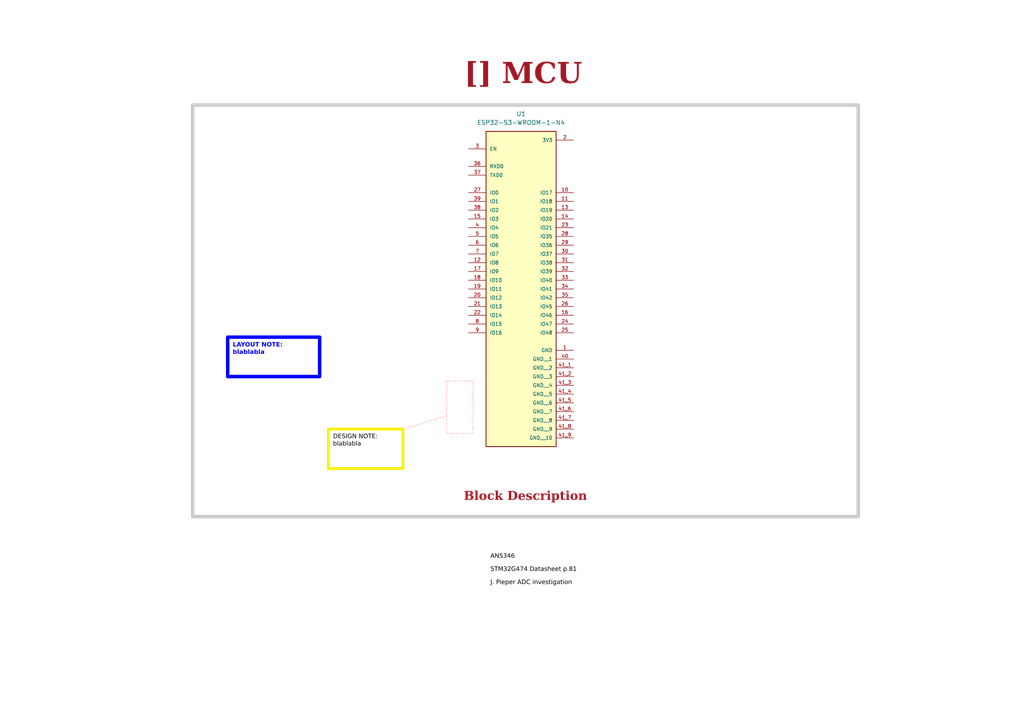
<source format=kicad_sch>
(kicad_sch (version 20250114) (generator "eeschema") (generator_version "9.0")
  (paper "A4")
  (title_block (title "MCU") (date "2025-01-12") (rev "${REVISION}") (company "${COMPANY}"))
  (lib_symbols
    (symbol "OpenTamagochi:ESP32-S3-WROOM-1-N4" (pin_names (offset 1.016))
      (property "Reference" "U" (at -10.16 34.1122 0))
      (property "Value" "ESP32-S3-WROOM-1-N4" (at -10.16 -60.96 0))
      (symbol "ESP32-S3-WROOM-1-N4_0_0"
        (rectangle (start -10.16 -58.42) (end 10.16 33.02) (stroke (width 0.254)) (fill (type background)))
        (pin input line (at -15.24 27.94 0) (length 5.08) (name "EN") (number "3"))
        (pin bidirectional line (at -15.24 22.86 0) (length 5.08) (name "RXD0") (number "36"))
        (pin bidirectional line (at -15.24 20.32 0) (length 5.08) (name "TXD0") (number "37"))
        (pin bidirectional line (at -15.24 15.24 0) (length 5.08) (name "IO0") (number "27"))
        (pin bidirectional line (at -15.24 12.7 0) (length 5.08) (name "IO1") (number "39"))
        (pin bidirectional line (at -15.24 10.16 0) (length 5.08) (name "IO2") (number "38"))
        (pin bidirectional line (at -15.24 7.62 0) (length 5.08) (name "IO3") (number "15"))
        (pin bidirectional line (at -15.24 5.08 0) (length 5.08) (name "IO4") (number "4"))
        (pin bidirectional line (at -15.24 2.54 0) (length 5.08) (name "IO5") (number "5"))
        (pin bidirectional line (at -15.24 0 0) (length 5.08) (name "IO6") (number "6"))
        (pin bidirectional line (at -15.24 -2.54 0) (length 5.08) (name "IO7") (number "7"))
        (pin bidirectional line (at -15.24 -5.08 0) (length 5.08) (name "IO8") (number "12"))
        (pin bidirectional line (at -15.24 -7.62 0) (length 5.08) (name "IO9") (number "17"))
        (pin bidirectional line (at -15.24 -10.16 0) (length 5.08) (name "IO10") (number "18"))
        (pin bidirectional line (at -15.24 -12.7 0) (length 5.08) (name "IO11") (number "19"))
        (pin bidirectional line (at -15.24 -15.24 0) (length 5.08) (name "IO12") (number "20"))
        (pin bidirectional line (at -15.24 -17.78 0) (length 5.08) (name "IO13") (number "21"))
        (pin bidirectional line (at -15.24 -20.32 0) (length 5.08) (name "IO14") (number "22"))
        (pin bidirectional line (at -15.24 -22.86 0) (length 5.08) (name "IO15") (number "8"))
        (pin bidirectional line (at -15.24 -25.4 0) (length 5.08) (name "IO16") (number "9"))
        (pin power_in line (at 15.24 30.48 180) (length 5.08) (name "3V3") (number "2"))
        (pin bidirectional line (at 15.24 15.24 180) (length 5.08) (name "IO17") (number "10"))
        (pin bidirectional line (at 15.24 12.7 180) (length 5.08) (name "IO18") (number "11"))
        (pin bidirectional line (at 15.24 10.16 180) (length 5.08) (name "IO19") (number "13"))
        (pin bidirectional line (at 15.24 7.62 180) (length 5.08) (name "IO20") (number "14"))
        (pin bidirectional line (at 15.24 5.08 180) (length 5.08) (name "IO21") (number "23"))
        (pin bidirectional line (at 15.24 2.54 180) (length 5.08) (name "IO35") (number "28"))
        (pin bidirectional line (at 15.24 0 180) (length 5.08) (name "IO36") (number "29"))
        (pin bidirectional line (at 15.24 -2.54 180) (length 5.08) (name "IO37") (number "30"))
        (pin bidirectional line (at 15.24 -5.08 180) (length 5.08) (name "IO38") (number "31"))
        (pin bidirectional line (at 15.24 -7.62 180) (length 5.08) (name "IO39") (number "32"))
        (pin bidirectional line (at 15.24 -10.16 180) (length 5.08) (name "IO40") (number "33"))
        (pin bidirectional line (at 15.24 -12.7 180) (length 5.08) (name "IO41") (number "34"))
        (pin bidirectional line (at 15.24 -15.24 180) (length 5.08) (name "IO42") (number "35"))
        (pin bidirectional line (at 15.24 -17.78 180) (length 5.08) (name "IO45") (number "26"))
        (pin bidirectional line (at 15.24 -20.32 180) (length 5.08) (name "IO46") (number "16"))
        (pin bidirectional line (at 15.24 -22.86 180) (length 5.08) (name "IO47") (number "24"))
        (pin bidirectional line (at 15.24 -25.4 180) (length 5.08) (name "IO48") (number "25"))
        (pin power_in line (at 15.24 -30.48 180) (length 5.08) (name "GND") (number "1"))
        (pin power_in line (at 15.24 -33.02 180) (length 5.08) (name "GND__1") (number "40"))
        (pin power_in line (at 15.24 -35.56 180) (length 5.08) (name "GND__2") (number "41_1"))
        (pin power_in line (at 15.24 -38.1 180) (length 5.08) (name "GND__3") (number "41_2"))
        (pin power_in line (at 15.24 -40.64 180) (length 5.08) (name "GND__4") (number "41_3"))
        (pin power_in line (at 15.24 -43.18 180) (length 5.08) (name "GND__5") (number "41_4"))
        (pin power_in line (at 15.24 -45.72 180) (length 5.08) (name "GND__6") (number "41_5"))
        (pin power_in line (at 15.24 -48.26 180) (length 5.08) (name "GND__7") (number "41_6"))
        (pin power_in line (at 15.24 -50.8 180) (length 5.08) (name "GND__8") (number "41_7"))
        (pin power_in line (at 15.24 -53.34 180) (length 5.08) (name "GND__9") (number "41_8"))
        (pin power_in line (at 15.24 -55.88 180) (length 5.08) (name "GND__10") (number "41_9"))
      )
    )
  )
  (rectangle (start 129.54 110.49) (end 137.16 125.73) (stroke (width 0) (type dot) (color 255 0 0 1)))
  (rectangle (start 55.88 30.48) (end 248.92 149.86) (stroke (width 1) (color 200 200 200 1)))
  (text "J. Pieper ADC investigation" (at 142.24 170.18 0) (effects (font (size 1.27 1.27)) (justify left bottom)))
  (text "STM32G474 Datasheet p.81" (at 142.24 166.37 0) (effects (font (size 1.27 1.27)) (justify left bottom)))
  (text "AN5346" (at 142.24 162.56 0) (effects (font (size 1.27 1.27)) (justify left bottom)))
  (text_box "LAYOUT NOTE:\nblablabla" (at 66.04 97.79 0) (size 26.67 11.43) (margins 1.4525 1.4525 1.4525 1.4525) (stroke (width 1) (color 0 0 255 1)) (effects (font (size 1.27 1.27) (thickness 0.4) (bold yes)) (justify left top)))
  (text_box "[${#}] ${TITLE}" (at 115.57 15.24 0) (size 72.39 12.7) (margins 4.4999 4.4999 4.4999 4.4999) (stroke (width -0.0001)) (effects (font (size 6 6) (thickness 1.2) (bold yes))))
  (text_box "Block Description" (at 57.15 139.7 0) (size 190.5 7.62) (margins 1.9049 1.9049 1.9049 1.9049) (stroke (width -0.0001)) (effects (font (size 2.54 2.54) (thickness 0.508) (bold yes)) (justify bottom)))
  (text_box "DESIGN NOTE:\nblablabla" (at 95.25 124.46 0) (size 21.59 11.43) (margins 1.3525 1.3525 1.3525 1.3525) (stroke (width 0.8) (color 250 236 0 1)) (effects (font (size 1.27 1.27)) (justify left top)))
  (polyline (pts (xy 129.54 120.65) (xy 116.84 124.46)) (stroke (width 0) (type dot) (color 255 0 0 1)))
  (symbol (lib_id "OpenTamagochi:ESP32-S3-WROOM-1-N4") (at 151.13 71.12 0) (unit 1)
    (property "Reference" "U1" (at 151.13 33.02 0))
    (property "Value" "ESP32-S3-WROOM-1-N4" (at 151.13 35.56 0))
    (property "Footprint" "OpenTamagochi:XCVR_ESP32-S3-WROOM-1-N4" (effects (hide yes)))
    (property "Datasheet" "kicad-embed://esp32-s3-wroom-1_wroom-1u_datasheet_en.pdf" (effects (hide yes)))
    (property "PARTREV" "v1.0" (effects (hide yes)))
    (property "MANUFACTURER" "Espressif" (effects (hide yes)))
    (property "MAXIMUM_PACKAGE_HEIGHT" "3.25mm" (effects (hide yes)))
    (property "STANDARD" "Manufacturer Recommendations" (effects (hide yes)))
  )
)
</source>
